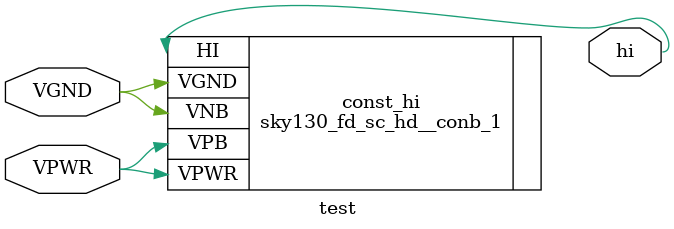
<source format=v>
module test (
  VGND,
  VPWR,
  hi
);
  input VGND;
  input VPWR;
  output hi;

  sky130_fd_sc_hd__conb_1 const_hi (
    .HI(hi),
    .VGND(VGND),
    .VNB(VGND),
    .VPB(VPWR),
    .VPWR(VPWR));

endmodule

</source>
